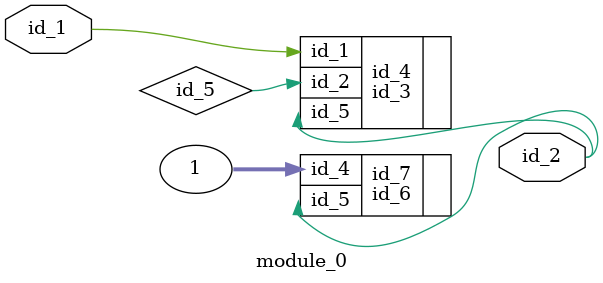
<source format=v>
`define pp_1 0
module module_0 (
    id_1,
    id_2
);
  output id_2;
  input id_1;
  id_3 id_4 (
      .id_2(id_1),
      .id_2(id_2),
      .id_5(id_2),
      .id_1(id_2),
      .id_1(id_1),
      .id_2(id_5)
  );
  id_6 id_7 (
      .id_5(1),
      .id_4(id_5),
      .id_5(id_2),
      .id_4(1)
  );
endmodule

</source>
